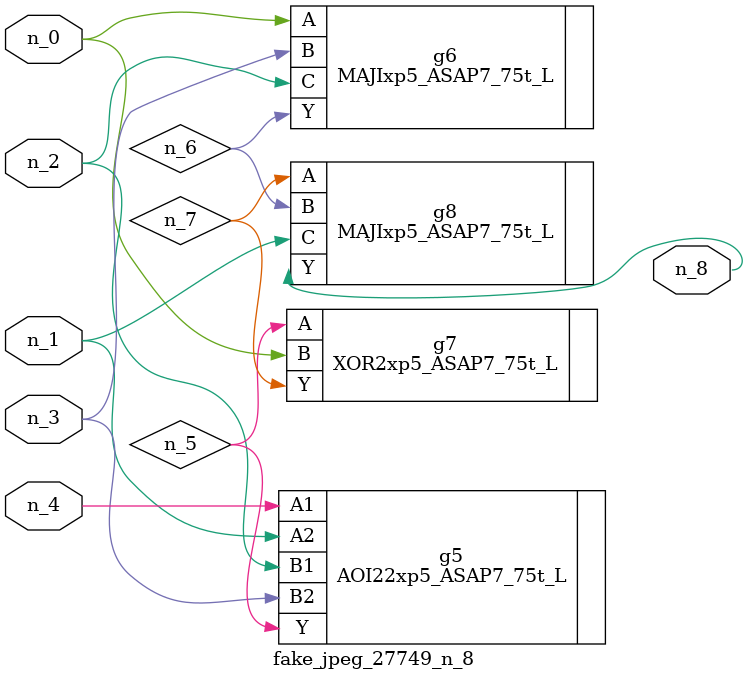
<source format=v>
module fake_jpeg_27749_n_8 (n_3, n_2, n_1, n_0, n_4, n_8);

input n_3;
input n_2;
input n_1;
input n_0;
input n_4;

output n_8;

wire n_6;
wire n_5;
wire n_7;

AOI22xp5_ASAP7_75t_L g5 ( 
.A1(n_4),
.A2(n_1),
.B1(n_2),
.B2(n_3),
.Y(n_5)
);

MAJIxp5_ASAP7_75t_L g6 ( 
.A(n_0),
.B(n_3),
.C(n_2),
.Y(n_6)
);

XOR2xp5_ASAP7_75t_L g7 ( 
.A(n_5),
.B(n_0),
.Y(n_7)
);

MAJIxp5_ASAP7_75t_L g8 ( 
.A(n_7),
.B(n_6),
.C(n_1),
.Y(n_8)
);


endmodule
</source>
